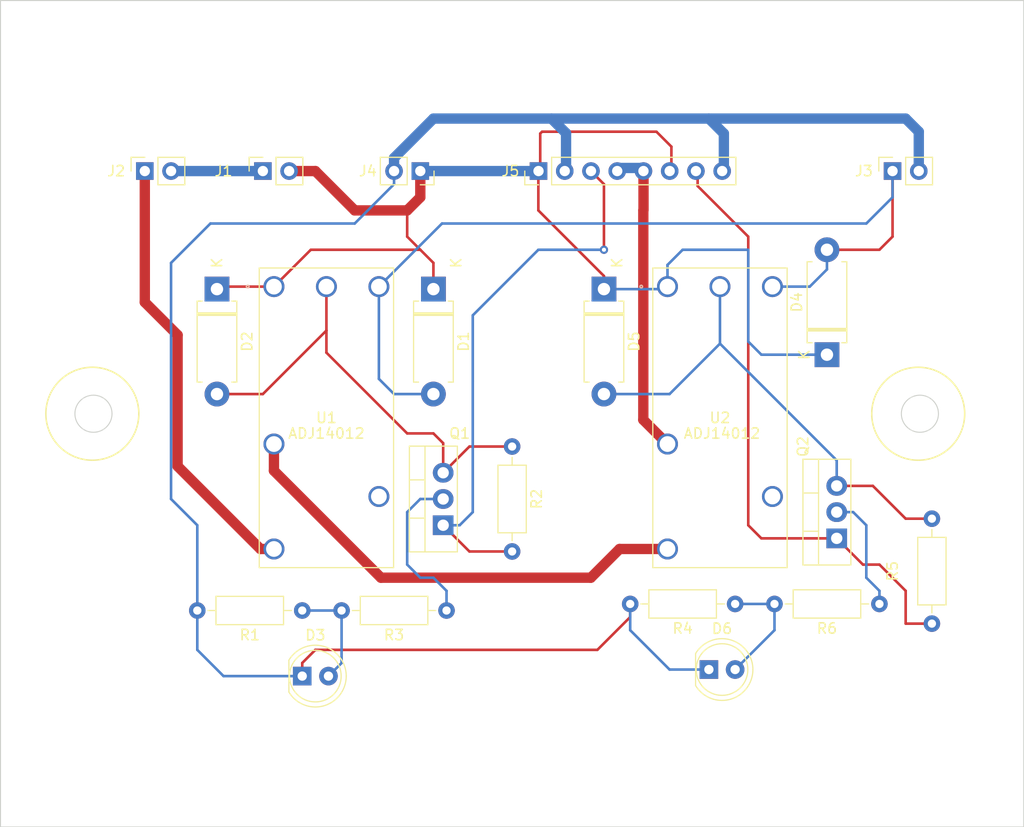
<source format=kicad_pcb>
(kicad_pcb (version 20211014) (generator pcbnew)
  (layers (0 "F.Cu" signal) (31 "B.Cu" signal) (34 "B.Paste" user) (35 "F.Paste" user) (36 "B.SilkS" user "B.Silkscreen") (37 "F.SilkS" user "F.Silkscreen") (38 "B.Mask" user) (39 "F.Mask" user) (44 "Edge.Cuts" user))
  (net 0 "")
  (net 1 "Net-(D3-Pad2)")
  (net 2 "Net-(D2-Pad2)")
  (net 3 "GND")
  (net 4 "Net-(D6-Pad2)")
  (net 5 "Net-(Q1-Pad2)")
  (net 6 "Net-(J1-Pad1)")
  (net 7 "CHARGE_POWER")
  (net 8 "Net-(J2-Pad1)")
  (net 9 "Reset_Button")
  (net 10 "IMD_FAULT")
  (net 11 "Net-(U1-Pad2)")
  (net 12 "CHARGE_SAFETY")
  (net 13 "AIR+_ACTIVE")
  (net 14 "Net-(D5-Pad2)")
  (net 15 "Net-(Q2-Pad2)")
  (footprint "Package_TO_SOT_THT:TO-220-3_Vertical" (layer "F.Cu") (at 129.215 83.82 90)
    (fp_text reference "Q2" (at 8.89 -3.27 90) (layer "F.SilkS"))
    (fp_text value "IRF9540N")
    (fp_line (start -2.58 -3.27) (end 7.66 -3.27) (layer "F.SilkS") (width 0.12))
    (fp_line (start -2.58 1.371) (end 7.66 1.371) (layer "F.SilkS") (width 0.12))
    (fp_line (start -2.58 -3.27) (end -2.58 1.371) (layer "F.SilkS") (width 0.12))
    (fp_line (start 4.391 -3.27) (end 4.391 -1.76) (layer "F.SilkS") (width 0.12))
    (fp_line (start 7.66 -3.27) (end 7.66 1.371) (layer "F.SilkS") (width 0.12))
    (fp_line (start -2.58 -1.76) (end 7.66 -1.76) (layer "F.SilkS") (width 0.12))
    (fp_line (start 0.69 -3.27) (end 0.69 -1.76) (layer "F.SilkS") (width 0.12))
    (pad "1" thru_hole rect (at 0 0 90) (size 1.905 2) (drill 1.1) (layers *.Cu *.Mask) (net 12 "CHARGE_SAFETY"))
    (pad "2" thru_hole oval (at 2.54 0 90) (size 1.905 2) (drill 1.1) (layers *.Cu *.Mask) (net 15 "Net-(Q2-Pad2)"))
    (pad "3" thru_hole oval (at 5.08 0 90) (size 1.905 2) (drill 1.1) (layers *.Cu *.Mask) (net 14 "Net-(D5-Pad2)"))
  )
  (footprint "Diode_THT:D_DO-15_P10.16mm_Horizontal" (layer "F.Cu") (at 128.27 66.04 90)
    (fp_text reference "D4" (at 5.08 -2.92 90) (layer "F.SilkS"))
    (fp_text value "1N4001")
    (fp_text user "K" (at 0 -2.2 90) (layer "F.SilkS"))
    (fp_line (start 9 -1.92) (end 9 -1.44) (layer "F.SilkS") (width 0.12))
    (fp_line (start 2.54 -1.92) (end 2.54 1.92) (layer "F.SilkS") (width 0.12))
    (fp_line (start 1.16 1.44) (end 1.16 1.92) (layer "F.SilkS") (width 0.12))
    (fp_line (start 1.16 1.92) (end 9 1.92) (layer "F.SilkS") (width 0.12))
    (fp_line (start 1.16 -1.92) (end 9 -1.92) (layer "F.SilkS") (width 0.12))
    (fp_line (start 9 1.92) (end 9 1.44) (layer "F.SilkS") (width 0.12))
    (fp_line (start 2.3 -1.92) (end 2.3 1.92) (layer "F.SilkS") (width 0.12))
    (fp_line (start 2.42 -1.92) (end 2.42 1.92) (layer "F.SilkS") (width 0.12))
    (fp_line (start 1.16 -1.44) (end 1.16 -1.92) (layer "F.SilkS") (width 0.12))
    (pad "1" thru_hole rect (at 0 0 90) (size 2.4 2.4) (drill 1.2) (layers *.Cu *.Mask) (net 7 "CHARGE_POWER"))
    (pad "2" thru_hole oval (at 10.16 0 90) (size 2.4 2.4) (drill 1.2) (layers *.Cu *.Mask) (net 9 "Reset_Button"))
  )
  (footprint "Connector_PinSocket_2.54mm:PinSocket_1x02_P2.54mm_Vertical" (layer "F.Cu") (at 88.9 48.26 -90)
    (fp_text reference "J4" (at 0 5.08 180) (layer "F.SilkS"))
    (fp_text value "SMPS INPUT")
    (fp_line (start -1.33 1.27) (end -1.33 3.87) (layer "F.SilkS") (width 0.12))
    (fp_line (start -1.33 1.27) (end 1.33 1.27) (layer "F.SilkS") (width 0.12))
    (fp_line (start -1.33 3.87) (end 1.33 3.87) (layer "F.SilkS") (width 0.12))
    (fp_line (start 1.33 -1.33) (end 1.33 0) (layer "F.SilkS") (width 0.12))
    (fp_line (start 0 -1.33) (end 1.33 -1.33) (layer "F.SilkS") (width 0.12))
    (fp_line (start 1.33 1.27) (end 1.33 3.87) (layer "F.SilkS") (width 0.12))
    (pad "1" thru_hole rect (at 0 0 270) (size 1.7 1.7) (drill 1) (layers *.Cu *.Mask) (net 7 "CHARGE_POWER"))
    (pad "2" thru_hole oval (at 0 2.54 270) (size 1.7 1.7) (drill 1) (layers *.Cu *.Mask) (net 3 "GND"))
  )
  (footprint "Connector_PinHeader_2.54mm:PinHeader_1x08_P2.54mm_Vertical" (layer "F.Cu") (at 100.345 48.26 90)
    (fp_text reference "J5" (at 0 -2.72 180) (layer "F.SilkS"))
    (fp_text value "Conn_01x08_Male")
    (fp_line (start -1.33 1.27) (end 1.33 1.27) (layer "F.SilkS") (width 0.12))
    (fp_line (start -1.33 19.11) (end 1.33 19.11) (layer "F.SilkS") (width 0.12))
    (fp_line (start -1.33 -1.33) (end 0 -1.33) (layer "F.SilkS") (width 0.12))
    (fp_line (start -1.33 1.27) (end -1.33 19.11) (layer "F.SilkS") (width 0.12))
    (fp_line (start -1.33 0) (end -1.33 -1.33) (layer "F.SilkS") (width 0.12))
    (fp_line (start 1.33 1.27) (end 1.33 19.11) (layer "F.SilkS") (width 0.12))
    (pad "1" thru_hole rect (at 0 0 90) (size 1.7 1.7) (drill 1) (layers *.Cu *.Mask) (net 7 "CHARGE_POWER"))
    (pad "2" thru_hole oval (at 0 2.54 90) (size 1.7 1.7) (drill 1) (layers *.Cu *.Mask) (net 3 "GND"))
    (pad "3" thru_hole oval (at 0 5.08 90) (size 1.7 1.7) (drill 1) (layers *.Cu *.Mask) (net 10 "IMD_FAULT"))
    (pad "4" thru_hole oval (at 0 7.62 90) (size 1.7 1.7) (drill 1) (layers *.Cu *.Mask) (net 13 "AIR+_ACTIVE"))
    (pad "5" thru_hole oval (at 0 10.16 90) (size 1.7 1.7) (drill 1) (layers *.Cu *.Mask) (net 13 "AIR+_ACTIVE"))
    (pad "6" thru_hole oval (at 0 12.7 90) (size 1.7 1.7) (drill 1) (layers *.Cu *.Mask) (net 7 "CHARGE_POWER"))
    (pad "7" thru_hole oval (at 0 15.24 90) (size 1.7 1.7) (drill 1) (layers *.Cu *.Mask) (net 12 "CHARGE_SAFETY"))
    (pad "8" thru_hole oval (at 0 17.78 90) (size 1.7 1.7) (drill 1) (layers *.Cu *.Mask) (net 3 "GND"))
  )
  (footprint "Goolgle_Drive_Library:ADJ14012" (layer "F.Cu") (at 74.7318 59.4485)
    (fp_text reference "U1" (at 5.08 12.7) (layer "F.SilkS"))
    (fp_text value "ADJ14012" (at 5.08 14.2115) (layer "F.SilkS"))
    (fp_circle (center -2.54 0) (end -2.413 0) (layer "B.SilkS") (width 0.12) (fill none))
    (fp_line (start -1.4224 27.2034) (end 11.5824 27.2034) (layer "F.SilkS") (width 0.12))
    (fp_line (start 11.5824 -1.8034) (end -1.4224 -1.8034) (layer "F.SilkS") (width 0.12))
    (fp_line (start -1.4224 -1.8034) (end -1.4224 27.2034) (layer "F.SilkS") (width 0.12))
    (fp_line (start 11.5824 27.2034) (end 11.5824 -1.8034) (layer "F.SilkS") (width 0.12))
    (fp_circle (center -2.54 0) (end -2.413 0) (layer "F.SilkS") (width 0.12) (fill none))
    (pad "1" thru_hole circle locked (at 0 0) (size 2.032 2.032) (drill 1.524) (layers *.Cu *.Mask) (net 7 "CHARGE_POWER"))
    (pad "2" thru_hole circle locked (at 0 15.24) (size 2.032 2.032) (drill 1.524) (layers *.Cu *.Mask) (net 11 "Net-(U1-Pad2)"))
    (pad "4" thru_hole circle locked (at 0 25.4) (size 2.032 2.032) (drill 1.524) (layers *.Cu *.Mask) (net 8 "Net-(J2-Pad1)"))
    (pad "6" thru_hole circle locked (at 10.16 20.32) (size 2.032 2.032) (drill 1.524) (layers *.Cu *.Mask))
    (pad "8" thru_hole circle locked (at 10.16 0) (size 2.032 2.032) (drill 1.524) (layers *.Cu *.Mask) (net 9 "Reset_Button"))
    (pad "9" thru_hole circle locked (at 5.08 0) (size 2.032 2.032) (drill 1.524) (layers *.Cu *.Mask) (net 2 "Net-(D2-Pad2)"))
  )
  (footprint "Resistor_THT:R_Axial_DIN0207_L6.3mm_D2.5mm_P10.16mm_Horizontal" (layer "F.Cu") (at 97.79 74.93 -90)
    (fp_text reference "R2" (at 5.08 -2.37 90) (layer "F.SilkS"))
    (fp_text value "10k")
    (fp_line (start 1.81 -1.37) (end 1.81 1.37) (layer "F.SilkS") (width 0.12))
    (fp_line (start 9.12 0) (end 8.35 0) (layer "F.SilkS") (width 0.12))
    (fp_line (start 1.81 1.37) (end 8.35 1.37) (layer "F.SilkS") (width 0.12))
    (fp_line (start 1.04 0) (end 1.81 0) (layer "F.SilkS") (width 0.12))
    (fp_line (start 8.35 1.37) (end 8.35 -1.37) (layer "F.SilkS") (width 0.12))
    (fp_line (start 8.35 -1.37) (end 1.81 -1.37) (layer "F.SilkS") (width 0.12))
    (pad "1" thru_hole circle (at 0 0 270) (size 1.6 1.6) (drill 0.8) (layers *.Cu *.Mask) (net 2 "Net-(D2-Pad2)"))
    (pad "2" thru_hole oval (at 10.16 0 270) (size 1.6 1.6) (drill 0.8) (layers *.Cu *.Mask) (net 10 "IMD_FAULT"))
  )
  (footprint "Diode_THT:D_DO-15_P10.16mm_Horizontal" (layer "F.Cu") (at 69.215 59.69 -90)
    (fp_text reference "D2" (at 5.08 -2.92 90) (layer "F.SilkS"))
    (fp_text value "1N4001")
    (fp_text user "K" (at -2.54 0 90) (layer "F.SilkS"))
    (fp_line (start 2.54 -1.92) (end 2.54 1.92) (layer "F.SilkS") (width 0.12))
    (fp_line (start 9 1.92) (end 9 1.44) (layer "F.SilkS") (width 0.12))
    (fp_line (start 1.16 -1.44) (end 1.16 -1.92) (layer "F.SilkS") (width 0.12))
    (fp_line (start 1.16 -1.92) (end 9 -1.92) (layer "F.SilkS") (width 0.12))
    (fp_line (start 2.3 -1.92) (end 2.3 1.92) (layer "F.SilkS") (width 0.12))
    (fp_line (start 1.16 1.44) (end 1.16 1.92) (layer "F.SilkS") (width 0.12))
    (fp_line (start 9 -1.92) (end 9 -1.44) (layer "F.SilkS") (width 0.12))
    (fp_line (start 2.42 -1.92) (end 2.42 1.92) (layer "F.SilkS") (width 0.12))
    (fp_line (start 1.16 1.92) (end 9 1.92) (layer "F.SilkS") (width 0.12))
    (pad "1" thru_hole rect (at 0 0 270) (size 2.4 2.4) (drill 1.2) (layers *.Cu *.Mask) (net 7 "CHARGE_POWER"))
    (pad "2" thru_hole oval (at 10.16 0 270) (size 2.4 2.4) (drill 1.2) (layers *.Cu *.Mask) (net 2 "Net-(D2-Pad2)"))
  )
  (footprint "Diode_THT:D_DO-15_P10.16mm_Horizontal" (layer "F.Cu") (at 106.68 59.69 -90)
    (fp_text reference "D5" (at 5.08 -2.92 90) (layer "F.SilkS"))
    (fp_text value "1N4001")
    (fp_text user "K" (at -2.54 -1.27 90) (layer "F.SilkS"))
    (fp_line (start 1.16 1.92) (end 9 1.92) (layer "F.SilkS") (width 0.12))
    (fp_line (start 9 1.92) (end 9 1.44) (layer "F.SilkS") (width 0.12))
    (fp_line (start 1.16 1.44) (end 1.16 1.92) (layer "F.SilkS") (width 0.12))
    (fp_line (start 2.54 -1.92) (end 2.54 1.92) (layer "F.SilkS") (width 0.12))
    (fp_line (start 2.3 -1.92) (end 2.3 1.92) (layer "F.SilkS") (width 0.12))
    (fp_line (start 2.42 -1.92) (end 2.42 1.92) (layer "F.SilkS") (width 0.12))
    (fp_line (start 1.16 -1.92) (end 9 -1.92) (layer "F.SilkS") (width 0.12))
    (fp_line (start 9 -1.92) (end 9 -1.44) (layer "F.SilkS") (width 0.12))
    (fp_line (start 1.16 -1.44) (end 1.16 -1.92) (layer "F.SilkS") (width 0.12))
    (pad "1" thru_hole rect (at 0 0 270) (size 2.4 2.4) (drill 1.2) (layers *.Cu *.Mask) (net 7 "CHARGE_POWER"))
    (pad "2" thru_hole oval (at 10.16 0 270) (size 2.4 2.4) (drill 1.2) (layers *.Cu *.Mask) (net 14 "Net-(D5-Pad2)"))
  )
  (footprint "Connector_PinSocket_2.54mm:PinSocket_1x02_P2.54mm_Vertical" (layer "F.Cu") (at 62.23 48.26 90)
    (fp_text reference "J2" (at 0 -2.77 180) (layer "F.SilkS"))
    (fp_text value "Charging_Interlock")
    (fp_line (start 0 -1.33) (end 1.33 -1.33) (layer "F.SilkS") (width 0.12))
    (fp_line (start -1.33 1.27) (end 1.33 1.27) (layer "F.SilkS") (width 0.12))
    (fp_line (start -1.33 1.27) (end -1.33 3.87) (layer "F.SilkS") (width 0.12))
    (fp_line (start 1.33 1.27) (end 1.33 3.87) (layer "F.SilkS") (width 0.12))
    (fp_line (start 1.33 -1.33) (end 1.33 0) (layer "F.SilkS") (width 0.12))
    (fp_line (start -1.33 3.87) (end 1.33 3.87) (layer "F.SilkS") (width 0.12))
    (pad "1" thru_hole rect (at 0 0 90) (size 1.7 1.7) (drill 1) (layers *.Cu *.Mask) (net 8 "Net-(J2-Pad1)"))
    (pad "2" thru_hole oval (at 0 2.54 90) (size 1.7 1.7) (drill 1) (layers *.Cu *.Mask) (net 6 "Net-(J1-Pad1)"))
  )
  (footprint "LED_THT:LED_D5.0mm" (layer "F.Cu") (at 116.84 96.52)
    (fp_text reference "D6" (at 1.27 -3.96) (layer "F.SilkS"))
    (fp_text value "LED")
    (fp_line (start -1.29 -1.545) (end -1.29 1.545) (layer "F.SilkS") (width 0.12))
    (fp_arc (start -1.29 -1.54483) (mid 2.072002 -2.880433) (end 4.26 0.000462) (layer "F.SilkS") (width 0.12))
    (fp_arc (start 4.26 -0.000462) (mid 2.072002 2.880433) (end -1.29 1.54483) (layer "F.SilkS") (width 0.12))
    (fp_circle (center 1.27 0) (end 3.77 0) (layer "F.SilkS") (width 0.12) (fill none))
    (pad "1" thru_hole rect (at 0 0) (size 1.8 1.8) (drill 0.9) (layers *.Cu *.Mask) (net 3 "GND"))
    (pad "2" thru_hole circle (at 2.54 0) (size 1.8 1.8) (drill 0.9) (layers *.Cu *.Mask) (net 4 "Net-(D6-Pad2)"))
  )
  (footprint "Package_TO_SOT_THT:TO-220-3_Vertical" (layer "F.Cu") (at 91.115 82.55 90)
    (fp_text reference "Q1" (at 8.89 1.595 180) (layer "F.SilkS"))
    (fp_text value "IRF9540N")
    (fp_line (start -2.58 -3.27) (end 7.66 -3.27) (layer "F.SilkS") (width 0.12))
    (fp_line (start 7.66 -3.27) (end 7.66 1.371) (layer "F.SilkS") (width 0.12))
    (fp_line (start 4.391 -3.27) (end 4.391 -1.76) (layer "F.SilkS") (width 0.12))
    (fp_line (start -2.58 -3.27) (end -2.58 1.371) (layer "F.SilkS") (width 0.12))
    (fp_line (start -2.58 1.371) (end 7.66 1.371) (layer "F.SilkS") (width 0.12))
    (fp_line (start -2.58 -1.76) (end 7.66 -1.76) (layer "F.SilkS") (width 0.12))
    (fp_line (start 0.69 -3.27) (end 0.69 -1.76) (layer "F.SilkS") (width 0.12))
    (pad "1" thru_hole rect (at 0 0 90) (size 1.905 2) (drill 1.1) (layers *.Cu *.Mask) (net 10 "IMD_FAULT"))
    (pad "2" thru_hole oval (at 2.54 0 90) (size 1.905 2) (drill 1.1) (layers *.Cu *.Mask) (net 5 "Net-(Q1-Pad2)"))
    (pad "3" thru_hole oval (at 5.08 0 90) (size 1.905 2) (drill 1.1) (layers *.Cu *.Mask) (net 2 "Net-(D2-Pad2)"))
  )
  (footprint "Resistor_THT:R_Axial_DIN0207_L6.3mm_D2.5mm_P10.16mm_Horizontal" (layer "F.Cu") (at 77.47 90.805 180)
    (fp_text reference "R1" (at 5.08 -2.37) (layer "F.SilkS"))
    (fp_text value "500")
    (fp_line (start 1.81 1.37) (end 8.35 1.37) (layer "F.SilkS") (width 0.12))
    (fp_line (start 9.12 0) (end 8.35 0) (layer "F.SilkS") (width 0.12))
    (fp_line (start 1.04 0) (end 1.81 0) (layer "F.SilkS") (width 0.12))
    (fp_line (start 8.35 -1.37) (end 1.81 -1.37) (layer "F.SilkS") (width 0.12))
    (fp_line (start 1.81 -1.37) (end 1.81 1.37) (layer "F.SilkS") (width 0.12))
    (fp_line (start 8.35 1.37) (end 8.35 -1.37) (layer "F.SilkS") (width 0.12))
    (pad "1" thru_hole circle (at 0 0 180) (size 1.6 1.6) (drill 0.8) (layers *.Cu *.Mask) (net 1 "Net-(D3-Pad2)"))
    (pad "2" thru_hole oval (at 10.16 0 180) (size 1.6 1.6) (drill 0.8) (layers *.Cu *.Mask) (net 3 "GND"))
  )
  (footprint "Goolgle_Drive_Library:ADJ14012" (layer "F.Cu") (at 112.8318 59.4485)
    (fp_text reference "U2" (at 5.08 12.7) (layer "F.SilkS"))
    (fp_text value "ADJ14012" (at 5.2782 14.2115) (layer "F.SilkS"))
    (fp_circle (center -2.54 0) (end -2.413 0) (layer "B.SilkS") (width 0.12) (fill none))
    (fp_line (start 11.5824 27.2034) (end 11.5824 -1.8034) (layer "F.SilkS") (width 0.12))
    (fp_line (start -1.4224 27.2034) (end 11.5824 27.2034) (layer "F.SilkS") (width 0.12))
    (fp_line (start -1.4224 -1.8034) (end -1.4224 27.2034) (layer "F.SilkS") (width 0.12))
    (fp_line (start 11.5824 -1.8034) (end -1.4224 -1.8034) (layer "F.SilkS") (width 0.12))
    (fp_circle (center -2.54 0) (end -2.413 0) (layer "F.SilkS") (width 0.12) (fill none))
    (pad "1" thru_hole circle locked (at 0 0) (size 2.032 2.032) (drill 1.524) (layers *.Cu *.Mask) (net 7 "CHARGE_POWER"))
    (pad "2" thru_hole circle locked (at 0 15.24) (size 2.032 2.032) (drill 1.524) (layers *.Cu *.Mask) (net 13 "AIR+_ACTIVE"))
    (pad "4" thru_hole circle locked (at 0 25.4) (size 2.032 2.032) (drill 1.524) (layers *.Cu *.Mask) (net 11 "Net-(U1-Pad2)"))
    (pad "6" thru_hole circle locked (at 10.16 20.32) (size 2.032 2.032) (drill 1.524) (layers *.Cu *.Mask))
    (pad "8" thru_hole circle locked (at 10.16 0) (size 2.032 2.032) (drill 1.524) (layers *.Cu *.Mask) (net 9 "Reset_Button"))
    (pad "9" thru_hole circle locked (at 5.08 0) (size 2.032 2.032) (drill 1.524) (layers *.Cu *.Mask) (net 14 "Net-(D5-Pad2)"))
  )
  (footprint "Resistor_THT:R_Axial_DIN0207_L6.3mm_D2.5mm_P10.16mm_Horizontal" (layer "F.Cu") (at 119.38 90.17 180)
    (fp_text reference "R4" (at 5.08 -2.37) (layer "F.SilkS"))
    (fp_text value "500")
    (fp_line (start 8.35 1.37) (end 8.35 -1.37) (layer "F.SilkS") (width 0.12))
    (fp_line (start 1.81 -1.37) (end 1.81 1.37) (layer "F.SilkS") (width 0.12))
    (fp_line (start 9.12 0) (end 8.35 0) (layer "F.SilkS") (width 0.12))
    (fp_line (start 1.81 1.37) (end 8.35 1.37) (layer "F.SilkS") (width 0.12))
    (fp_line (start 8.35 -1.37) (end 1.81 -1.37) (layer "F.SilkS") (width 0.12))
    (fp_line (start 1.04 0) (end 1.81 0) (layer "F.SilkS") (width 0.12))
    (pad "1" thru_hole circle (at 0 0 180) (size 1.6 1.6) (drill 0.8) (layers *.Cu *.Mask) (net 4 "Net-(D6-Pad2)"))
    (pad "2" thru_hole oval (at 10.16 0 180) (size 1.6 1.6) (drill 0.8) (layers *.Cu *.Mask) (net 3 "GND"))
  )
  (footprint "Resistor_THT:R_Axial_DIN0207_L6.3mm_D2.5mm_P10.16mm_Horizontal" (layer "F.Cu") (at 91.44 90.805 180)
    (fp_text reference "R3" (at 5.08 -2.37) (layer "F.SilkS"))
    (fp_text value "1.5k")
    (fp_line (start 9.12 0) (end 8.35 0) (layer "F.SilkS") (width 0.12))
    (fp_line (start 1.04 0) (end 1.81 0) (layer "F.SilkS") (width 0.12))
    (fp_line (start 8.35 -1.37) (end 1.81 -1.37) (layer "F.SilkS") (width 0.12))
    (fp_line (start 1.81 1.37) (end 8.35 1.37) (layer "F.SilkS") (width 0.12))
    (fp_line (start 8.35 1.37) (end 8.35 -1.37) (layer "F.SilkS") (width 0.12))
    (fp_line (start 1.81 -1.37) (end 1.81 1.37) (layer "F.SilkS") (width 0.12))
    (pad "1" thru_hole circle (at 0 0 180) (size 1.6 1.6) (drill 0.8) (layers *.Cu *.Mask) (net 5 "Net-(Q1-Pad2)"))
    (pad "2" thru_hole oval (at 10.16 0 180) (size 1.6 1.6) (drill 0.8) (layers *.Cu *.Mask) (net 1 "Net-(D3-Pad2)"))
  )
  (footprint "Resistor_THT:R_Axial_DIN0207_L6.3mm_D2.5mm_P10.16mm_Horizontal" (layer "F.Cu") (at 133.35 90.17 180)
    (fp_text reference "R6" (at 5.08 -2.37) (layer "F.SilkS"))
    (fp_text value "1.5k")
    (fp_line (start 8.35 -1.37) (end 1.81 -1.37) (layer "F.SilkS") (width 0.12))
    (fp_line (start 1.81 -1.37) (end 1.81 1.37) (layer "F.SilkS") (width 0.12))
    (fp_line (start 1.04 0) (end 1.81 0) (layer "F.SilkS") (width 0.12))
    (fp_line (start 1.81 1.37) (end 8.35 1.37) (layer "F.SilkS") (width 0.12))
    (fp_line (start 8.35 1.37) (end 8.35 -1.37) (layer "F.SilkS") (width 0.12))
    (fp_line (start 9.12 0) (end 8.35 0) (layer "F.SilkS") (width 0.12))
    (pad "1" thru_hole circle (at 0 0 180) (size 1.6 1.6) (drill 0.8) (layers *.Cu *.Mask) (net 15 "Net-(Q2-Pad2)"))
    (pad "2" thru_hole oval (at 10.16 0 180) (size 1.6 1.6) (drill 0.8) (layers *.Cu *.Mask) (net 4 "Net-(D6-Pad2)"))
  )
  (footprint "Connector_PinSocket_2.54mm:PinSocket_1x02_P2.54mm_Vertical" (layer "F.Cu") (at 73.66 48.26 90)
    (fp_text reference "J1" (at 0 -3.81) (layer "F.SilkS"))
    (fp_text value "Push-Rotate")
    (fp_line (start -1.33 3.87) (end 1.33 3.87) (layer "F.SilkS") (width 0.12))
    (fp_line (start 0 -1.33) (end 1.33 -1.33) (layer "F.SilkS") (width 0.12))
    (fp_line (start -1.33 1.27) (end 1.33 1.27) (layer "F.SilkS") (width 0.12))
    (fp_line (start -1.33 1.27) (end -1.33 3.87) (layer "F.SilkS") (width 0.12))
    (fp_line (start 1.33 -1.33) (end 1.33 0) (layer "F.SilkS") (width 0.12))
    (fp_line (start 1.33 1.27) (end 1.33 3.87) (layer "F.SilkS") (width 0.12))
    (pad "1" thru_hole rect (at 0 0 90) (size 1.7 1.7) (drill 1) (layers *.Cu *.Mask) (net 6 "Net-(J1-Pad1)"))
    (pad "2" thru_hole oval (at 0 2.54 90) (size 1.7 1.7) (drill 1) (layers *.Cu *.Mask) (net 7 "CHARGE_POWER"))
  )
  (footprint "LED_THT:LED_D5.0mm" (layer "F.Cu") (at 77.47 97.155)
    (fp_text reference "D3" (at 1.27 -3.96) (layer "F.SilkS"))
    (fp_text value "LED")
    (fp_line (start -1.29 -1.545) (end -1.29 1.545) (layer "F.SilkS") (width 0.12))
    (fp_arc (start -1.29 -1.54483) (mid 2.072002 -2.880433) (end 4.26 0.000462) (layer "F.SilkS") (width 0.12))
    (fp_arc (start 4.26 -0.000462) (mid 2.072002 2.880433) (end -1.29 1.54483) (layer "F.SilkS") (width 0.12))
    (fp_circle (center 1.27 0) (end 3.77 0) (layer "F.SilkS") (width 0.12) (fill none))
    (pad "1" thru_hole rect (at 0 0) (size 1.8 1.8) (drill 0.9) (layers *.Cu *.Mask) (net 3 "GND"))
    (pad "2" thru_hole circle (at 2.54 0) (size 1.8 1.8) (drill 0.9) (layers *.Cu *.Mask) (net 1 "Net-(D3-Pad2)"))
  )
  (footprint "Diode_THT:D_DO-15_P10.16mm_Horizontal" (layer "F.Cu") (at 90.17 59.69 -90)
    (fp_text reference "D1" (at 5.08 -2.92 90) (layer "F.SilkS"))
    (fp_text value "1N4001")
    (fp_text user "K" (at -2.54 -2.2 90) (layer "F.SilkS"))
    (fp_line (start 1.16 1.92) (end 9 1.92) (layer "F.SilkS") (width 0.12))
    (fp_line (start 9 1.92) (end 9 1.44) (layer "F.SilkS") (width 0.12))
    (fp_line (start 2.54 -1.92) (end 2.54 1.92) (layer "F.SilkS") (width 0.12))
    (fp_line (start 2.3 -1.92) (end 2.3 1.92) (layer "F.SilkS") (width 0.12))
    (fp_line (start 1.16 -1.44) (end 1.16 -1.92) (layer "F.SilkS") (width 0.12))
    (fp_line (start 1.16 -1.92) (end 9 -1.92) (layer "F.SilkS") (width 0.12))
    (fp_line (start 1.16 1.44) (end 1.16 1.92) (layer "F.SilkS") (width 0.12))
    (fp_line (start 2.42 -1.92) (end 2.42 1.92) (layer "F.SilkS") (width 0.12))
    (fp_line (start 9 -1.92) (end 9 -1.44) (layer "F.SilkS") (width 0.12))
    (pad "1" thru_hole rect (at 0 0 270) (size 2.4 2.4) (drill 1.2) (layers *.Cu *.Mask) (net 7 "CHARGE_POWER"))
    (pad "2" thru_hole oval (at 10.16 0 270) (size 2.4 2.4) (drill 1.2) (layers *.Cu *.Mask) (net 9 "Reset_Button"))
  )
  (footprint "Resistor_THT:R_Axial_DIN0207_L6.3mm_D2.5mm_P10.16mm_Horizontal" (layer "F.Cu") (at 138.43 81.915 -90)
    (fp_text reference "R5" (at 5.08 3.81 90) (layer "F.SilkS"))
    (fp_text value "10k")
    (fp_line (start 1.81 -1.37) (end 1.81 1.37) (layer "F.SilkS") (width 0.12))
    (fp_line (start 8.35 1.37) (end 8.35 -1.37) (layer "F.SilkS") (width 0.12))
    (fp_line (start 1.81 1.37) (end 8.35 1.37) (layer "F.SilkS") (width 0.12))
    (fp_line (start 8.35 -1.37) (end 1.81 -1.37) (layer "F.SilkS") (width 0.12))
    (fp_line (start 9.12 0) (end 8.35 0) (layer "F.SilkS") (width 0.12))
    (fp_line (start 1.04 0) (end 1.81 0) (layer "F.SilkS") (width 0.12))
    (pad "1" thru_hole circle (at 0 0 270) (size 1.6 1.6) (drill 0.8) (layers *.Cu *.Mask) (net 14 "Net-(D5-Pad2)"))
    (pad "2" thru_hole oval (at 10.16 0 270) (size 1.6 1.6) (drill 0.8) (layers *.Cu *.Mask) (net 12 "CHARGE_SAFETY"))
  )
  (footprint "Connector_PinSocket_2.54mm:PinSocket_1x02_P2.54mm_Vertical" (layer "F.Cu") (at 134.62 48.26 90)
    (fp_text reference "J3" (at 0 -2.77) (layer "F.SilkS"))
    (fp_text value "reset")
    (fp_line (start 1.33 1.27) (end 1.33 3.87) (layer "F.SilkS") (width 0.12))
    (fp_line (start -1.33 1.27) (end -1.33 3.87) (layer "F.SilkS") (width 0.12))
    (fp_line (start 0 -1.33) (end 1.33 -1.33) (layer "F.SilkS") (width 0.12))
    (fp_line (start -1.33 3.87) (end 1.33 3.87) (layer "F.SilkS") (width 0.12))
    (fp_line (start 1.33 -1.33) (end 1.33 0) (layer "F.SilkS") (width 0.12))
    (fp_line (start -1.33 1.27) (end 1.33 1.27) (layer "F.SilkS") (width 0.12))
    (pad "1" thru_hole rect (at 0 0 90) (size 1.7 1.7) (drill 1) (layers *.Cu *.Mask) (net 9 "Reset_Button"))
    (pad "2" thru_hole oval (at 0 2.54 90) (size 1.7 1.7) (drill 1) (layers *.Cu *.Mask) (net 3 "GND"))
  )
  (gr_circle (center 137.105 71.755) (end 141.605 71.755) (layer "F.SilkS") (width 0.15) (fill none))
  (gr_circle (center 57.15 71.755) (end 61.65 71.755) (layer "F.SilkS") (width 0.15) (fill none))
  (gr_circle (center 57.258949 71.755) (end 58.528949 73.025) (layer "Edge.Cuts") (width 0.1) (fill none))
  (gr_circle (center 137.268949 71.755) (end 135.998949 73.025) (layer "Edge.Cuts") (width 0.1) (fill none))
  (gr_rect (start 48.26 31.75) (end 147.32 111.76) (layer "Edge.Cuts") (width 0.1) (fill none))
  (segment (start 81.28 95.885) (end 80.01 97.155) (width 0.25) (layer "B.Cu") (net 1))
  (segment (start 81.28 90.805) (end 81.28 95.885) (width 0.25) (layer "B.Cu") (net 1))
  (segment (start 81.28 90.805) (end 77.47 90.805) (width 0.25) (layer "B.Cu") (net 1))
  (segment (start 93.655 74.93) (end 91.115 77.47) (width 0.25) (layer "F.Cu") (net 2))
  (segment (start 90.17 73.66) (end 91.115 74.605) (width 0.25) (layer "F.Cu") (net 2))
  (segment (start 91.115 74.605) (end 91.115 77.47) (width 0.25) (layer "F.Cu") (net 2))
  (segment (start 79.8118 59.4485) (end 79.8118 63.6982) (width 0.25) (layer "F.Cu") (net 2))
  (segment (start 79.8118 65.8418) (end 87.63 73.66) (width 0.25) (layer "F.Cu") (net 2))
  (segment (start 79.8118 63.6982) (end 79.8118 65.8418) (width 0.25) (layer "F.Cu") (net 2))
  (segment (start 79.8118 63.6982) (end 73.66 69.85) (width 0.25) (layer "F.Cu") (net 2))
  (segment (start 87.63 73.66) (end 90.17 73.66) (width 0.25) (layer "F.Cu") (net 2))
  (segment (start 97.79 74.93) (end 93.655 74.93) (width 0.25) (layer "F.Cu") (net 2))
  (segment (start 73.66 69.85) (end 69.215 69.85) (width 0.25) (layer "F.Cu") (net 2))
  (segment (start 77.47 95.885) (end 77.47 97.155) (width 0.25) (layer "F.Cu") (net 3))
  (segment (start 78.74 94.615) (end 77.47 95.885) (width 0.25) (layer "F.Cu") (net 3))
  (segment (start 109.22 91.44) (end 106.045 94.615) (width 0.25) (layer "F.Cu") (net 3))
  (segment (start 109.22 90.17) (end 109.22 91.44) (width 0.25) (layer "F.Cu") (net 3))
  (segment (start 106.045 94.615) (end 78.74 94.615) (width 0.25) (layer "F.Cu") (net 3))
  (segment (start 67.31 94.615) (end 69.85 97.155) (width 0.25) (layer "B.Cu") (net 3))
  (segment (start 86.36 48.26) (end 86.36 46.99) (width 1) (layer "B.Cu") (net 3))
  (segment (start 109.22 92.71) (end 113.03 96.52) (width 0.25) (layer "B.Cu") (net 3))
  (segment (start 82.55 53.34) (end 68.58 53.34) (width 0.25) (layer "B.Cu") (net 3))
  (segment (start 86.36 49.53) (end 86.36 48.26) (width 0.25) (layer "B.Cu") (net 3))
  (segment (start 67.31 90.805) (end 67.31 94.615) (width 0.25) (layer "B.Cu") (net 3))
  (segment (start 90.17 43.18) (end 101.6 43.18) (width 1) (layer "B.Cu") (net 3))
  (segment (start 118.29 44.63) (end 116.84 43.18) (width 1) (layer "B.Cu") (net 3))
  (segment (start 103.01 44.59) (end 103.01 47.96) (width 1) (layer "B.Cu") (net 3))
  (segment (start 118.29 48.26) (end 118.29 44.63) (width 1) (layer "B.Cu") (net 3))
  (segment (start 113.03 96.52) (end 116.84 96.52) (width 0.25) (layer "B.Cu") (net 3))
  (segment (start 101.6 43.18) (end 116.84 43.18) (width 1) (layer "B.Cu") (net 3))
  (segment (start 68.58 53.34) (end 64.77 57.15) (width 0.25) (layer "B.Cu") (net 3))
  (segment (start 64.77 57.15) (end 64.77 80.01) (width 0.25) (layer "B.Cu") (net 3))
  (segment (start 67.31 90.805) (end 67.31 82.55) (width 0.25) (layer "B.Cu") (net 3))
  (segment (start 82.55 53.34) (end 86.36 49.53) (width 0.25) (layer "B.Cu") (net 3))
  (segment (start 109.22 90.17) (end 109.22 92.71) (width 0.25) (layer "B.Cu") (net 3))
  (segment (start 137.16 44.45) (end 137.16 48.26) (width 1) (layer "B.Cu") (net 3))
  (segment (start 101.6 43.18) (end 103.01 44.59) (width 1) (layer "B.Cu") (net 3))
  (segment (start 64.77 80.01) (end 67.31 82.55) (width 0.25) (layer "B.Cu") (net 3))
  (segment (start 69.85 97.155) (end 77.47 97.155) (width 0.25) (layer "B.Cu") (net 3))
  (segment (start 116.84 43.18) (end 135.89 43.18) (width 1) (layer "B.Cu") (net 3))
  (segment (start 86.36 46.99) (end 90.17 43.18) (width 1) (layer "B.Cu") (net 3))
  (segment (start 135.89 43.18) (end 137.16 44.45) (width 1) (layer "B.Cu") (net 3))
  (segment (start 119.38 90.17) (end 123.19 90.17) (width 0.25) (layer "B.Cu") (net 4))
  (segment (start 123.19 92.71) (end 123.19 90.17) (width 0.25) (layer "B.Cu") (net 4))
  (segment (start 119.38 96.52) (end 123.19 92.71) (width 0.25) (layer "B.Cu") (net 4))
  (segment (start 91.44 88.9) (end 91.44 90.805) (width 0.25) (layer "B.Cu") (net 5))
  (segment (start 90.17 87.63) (end 91.44 88.9) (width 0.25) (layer "B.Cu") (net 5))
  (segment (start 91.115 80.01) (end 88.9 80.01) (width 0.25) (layer "B.Cu") (net 5))
  (segment (start 88.9 87.63) (end 90.17 87.63) (width 0.25) (layer "B.Cu") (net 5))
  (segment (start 88.9 80.01) (end 87.63 81.28) (width 0.25) (layer "B.Cu") (net 5))
  (segment (start 87.63 86.36) (end 88.9 87.63) (width 0.25) (layer "B.Cu") (net 5))
  (segment (start 87.63 81.28) (end 87.63 86.36) (width 0.25) (layer "B.Cu") (net 5))
  (segment (start 73.66 48.26) (end 64.77 48.26) (width 1) (layer "B.Cu") (net 6))
  (segment (start 87.63 52.07) (end 88.9 50.8) (width 1) (layer "F.Cu") (net 7))
  (segment (start 111.76 44.45) (end 100.69 44.45) (width 0.25) (layer "F.Cu") (net 7))
  (segment (start 68.8215 59.4485) (end 68.58 59.69) (width 0.25) (layer "F.Cu") (net 7))
  (segment (start 87.63 54.61) (end 88.9 55.88) (width 0.25) (layer "F.Cu") (net 7))
  (segment (start 100.69 44.45) (end 100.51 44.63) (width 0.25) (layer "F.Cu") (net 7))
  (segment (start 82.55 52.07) (end 78.74 48.26) (width 1) (layer "F.Cu") (net 7))
  (segment (start 87.63 52.07) (end 82.55 52.07) (width 1) (layer "F.Cu") (net 7))
  (segment (start 113.21 45.9) (end 111.76 44.45) (width 0.25) (layer "F.Cu") (net 7))
  (segment (start 78.3003 55.88) (end 88.9 55.88) (width 0.25) (layer "F.Cu") (net 7))
  (segment (start 90.17 57.15) (end 90.17 59.69) (width 0.25) (layer "F.Cu") (net 7))
  (segment (start 87.63 52.07) (end 87.63 54.61) (width 0.25) (layer "F.Cu") (net 7))
  (segment (start 69.4565 59.4485) (end 69.215 59.69) (width 0.25) (layer "F.Cu") (net 7))
  (segment (start 106.68 58.42) (end 106.68 59.69) (width 0.25) (layer "F.Cu") (net 7))
  (segment (start 78.74 48.26) (end 76.2 48.26) (width 1) (layer "F.Cu") (net 7))
  (segment (start 88.9 50.8) (end 88.9 48.26) (width 1) (layer "F.Cu") (net 7))
  (segment (start 100.51 47.96) (end 100.33 48.14) (width 0.25) (layer "F.Cu") (net 7))
  (segment (start 74.7318 59.4485) (end 69.4565 59.4485) (width 0.25) (layer "F.Cu") (net 7))
  (segment (start 100.33 48.14) (end 100.33 52.07) (width 0.25) (layer "F.Cu") (net 7))
  (segment (start 88.9 55.88) (end 90.17 57.15) (width 0.25) (layer "F.Cu") (net 7))
  (segment (start 100.33 52.07) (end 106.68 58.42) (width 0.25) (layer "F.Cu") (net 7))
  (segment (start 74.7318 59.4485) (end 78.3003 55.88) (width 0.25) (layer "F.Cu") (net 7))
  (segment (start 113.21 48.26) (end 113.21 45.9) (width 0.25) (layer "F.Cu") (net 7))
  (segment (start 100.51 44.63) (end 100.51 47.96) (width 0.25) (layer "F.Cu") (net 7))
  (segment (start 106.68 59.69) (end 112.5903 59.69) (width 0.25) (layer "B.Cu") (net 7))
  (segment (start 120.65 55.88) (end 120.65 64.77) (width 0.25) (layer "B.Cu") (net 7))
  (segment (start 112.5903 59.69) (end 112.8318 59.4485) (width 0.25) (layer "B.Cu") (net 7))
  (segment (start 121.92 66.04) (end 128.27 66.04) (width 0.25) (layer "B.Cu") (net 7))
  (segment (start 120.65 64.77) (end 121.92 66.04) (width 0.25) (layer "B.Cu") (net 7))
  (segment (start 112.8318 57.3482) (end 114.3 55.88) (width 0.25) (layer "B.Cu") (net 7))
  (segment (start 100.21 48.26) (end 88.9 48.26) (width 1) (layer "B.Cu") (net 7))
  (segment (start 112.8318 59.4485) (end 112.8318 57.3482) (width 0.25) (layer "B.Cu") (net 7))
  (segment (start 114.3 55.88) (end 120.65 55.88) (width 0.25) (layer "B.Cu") (net 7))
  (segment (start 62.23 60.96) (end 62.23 48.26) (width 1) (layer "F.Cu") (net 8))
  (segment (start 65.405 76.835) (end 65.405 64.135) (width 1) (layer "F.Cu") (net 8))
  (segment (start 65.405 64.135) (end 62.23 60.96) (width 1) (layer "F.Cu") (net 8))
  (segment (start 73.4185 84.8485) (end 65.405 76.835) (width 1) (layer "F.Cu") (net 8))
  (segment (start 74.7318 84.8485) (end 73.4185 84.8485) (width 1) (layer "F.Cu") (net 8))
  (segment (start 134.62 48.895717) (end 134.937859 48.577858) (width 0.25) (layer "F.Cu") (net 9))
  (segment (start 133.35 55.88) (end 134.62 54.61) (width 0.25) (layer "F.Cu") (net 9))
  (segment (start 128.27 55.88) (end 133.35 55.88) (width 0.25) (layer "F.Cu") (net 9))
  (segment (start 134.62 54.61) (end 134.62 48.895717) (width 0.25) (layer "F.Cu") (net 9))
  (segment (start 128.27 57.785) (end 128.27 55.88) (width 0.25) (layer "B.Cu") (net 9))
  (segment (start 126.6065 59.4485) (end 128.27 57.785) (width 0.25) (layer "B.Cu") (net 9))
  (segment (start 84.6503 59.69) (end 84.6503 59.842718) (width 0.25) (layer "B.Cu") (net 9))
  (segment (start 91.0003 53.34) (end 84.6503 59.69) (width 0.25) (layer "B.Cu") (net 9))
  (segment (start 86.36 69.85) (end 90.17 69.85) (width 0.25) (layer "B.Cu") (net 9))
  (segment (start 84.8918 68.3818) (end 86.36 69.85) (width 0.25) (layer "B.Cu") (net 9))
  (segment (start 84.6503 59.842718) (end 84.8918 60.084218) (width 0.25) (layer "B.Cu") (net 9))
  (segment (start 84.8918 60.084218) (end 84.8918 68.3818) (width 0.25) (layer "B.Cu") (net 9))
  (segment (start 134.62 48.26) (end 134.62 50.8) (width 0.25) (layer "B.Cu") (net 9))
  (segment (start 132.08 53.34) (end 91.0003 53.34) (width 0.25) (layer "B.Cu") (net 9))
  (segment (start 122.9918 59.4485) (end 126.6065 59.4485) (width 0.25) (layer "B.Cu") (net 9))
  (segment (start 134.62 50.8) (end 132.08 53.34) (width 0.25) (layer "B.Cu") (net 9))
  (segment (start 106.68 49.53) (end 105.51 48.36) (width 0.25) (layer "F.Cu") (net 10))
  (segment (start 106.68 55.88) (end 106.68 49.53) (width 0.25) (layer "F.Cu") (net 10))
  (segment (start 97.79 85.09) (end 93.655 85.09) (width 0.25) (layer "F.Cu") (net 10))
  (segment (start 93.655 85.09) (end 91.115 82.55) (width 0.25) (layer "F.Cu") (net 10))
  (via (at 106.68 55.88) (size 0.8) (drill 0.4) (layers "F.Cu" "B.Cu") (net 10))
  (segment (start 93.98 81.28) (end 93.98 68.58) (width 0.25) (layer "B.Cu") (net 10))
  (segment (start 91.115 82.55) (end 92.71 82.55) (width 0.25) (layer "B.Cu") (net 10))
  (segment (start 92.71 82.55) (end 93.98 81.28) (width 0.25) (layer "B.Cu") (net 10))
  (segment (start 100.33 55.88) (end 106.68 55.88) (width 0.25) (layer "B.Cu") (net 10))
  (segment (start 93.98 62.23) (end 100.33 55.88) (width 0.25) (layer "B.Cu") (net 10))
  (segment (start 93.98 68.58) (end 93.98 62.23) (width 0.25) (layer "B.Cu") (net 10))
  (segment (start 74.7318 77.2718) (end 85.09 87.63) (width 1) (layer "F.Cu") (net 11))
  (segment (start 85.09 87.63) (end 105.41 87.63) (width 1) (layer "F.Cu") (net 11))
  (segment (start 108.1915 84.8485) (end 112.8318 84.8485) (width 1) (layer "F.Cu") (net 11))
  (segment (start 74.7318 74.6885) (end 74.7318 77.2718) (width 1) (layer "F.Cu") (net 11))
  (segment (start 105.41 87.63) (end 108.1915 84.8485) (width 1) (layer "F.Cu") (net 11))
  (segment (start 121.92 83.82) (end 129.215 83.82) (width 0.25) (layer "F.Cu") (net 12))
  (segment (start 115.75 48.26) (end 115.75 49.71) (width 0.25) (layer "F.Cu") (net 12))
  (segment (start 129.215 83.82) (end 131.755 86.36) (width 0.25) (layer "F.Cu") (net 12))
  (segment (start 133.35 86.36) (end 135.89 88.9) (width 0.25) (layer "F.Cu") (net 12))
  (segment (start 135.89 92.075) (end 138.43 92.075) (width 0.25) (layer "F.Cu") (net 12))
  (segment (start 115.75 49.71) (end 120.65 54.61) (width 0.25) (layer "F.Cu") (net 12))
  (segment (start 120.65 54.61) (end 120.65 82.55) (width 0.25) (layer "F.Cu") (net 12))
  (segment (start 135.89 88.9) (end 135.89 92.075) (width 0.25) (layer "F.Cu") (net 12))
  (segment (start 120.65 82.55) (end 121.92 83.82) (width 0.25) (layer "F.Cu") (net 12))
  (segment (start 131.755 86.36) (end 133.35 86.36) (width 0.25) (layer "F.Cu") (net 12))
  (segment (start 110.51 52.05) (end 110.49 52.07) (width 0.25) (layer "F.Cu") (net 13))
  (segment (start 110.49 52.07) (end 110.49 72.3467) (width 1) (layer "F.Cu") (net 13))
  (segment (start 110.49 72.3467) (end 112.8318 74.6885) (width 1) (layer "F.Cu") (net 13))
  (segment (start 110.51 47.96) (end 110.51 52.05) (width 1) (layer "F.Cu") (net 13))
  (segment (start 108.01 47.96) (end 110.51 47.96) (width 1) (layer "B.Cu") (net 13))
  (segment (start 132.715 78.74) (end 135.89 81.915) (width 0.25) (layer "F.Cu") (net 14))
  (segment (start 135.89 81.915) (end 138.43 81.915) (width 0.25) (layer "F.Cu") (net 14))
  (segment (start 129.215 78.74) (end 132.715 78.74) (width 0.25) (layer "F.Cu") (net 14))
  (segment (start 117.9118 64.9682) (end 129.215 76.2714) (width 0.25) (layer "B.Cu") (net 14))
  (segment (start 113.03 69.85) (end 106.68 69.85) (width 0.25) (layer "B.Cu") (net 14))
  (segment (start 129.215 76.2714) (end 129.215 78.74) (width 0.25) (layer "B.Cu") (net 14))
  (segment (start 117.9118 59.4485) (end 117.9118 64.9682) (width 0.25) (layer "B.Cu") (net 14))
  (segment (start 117.9118 64.9682) (end 113.03 69.85) (width 0.25) (layer "B.Cu") (net 14))
  (segment (start 132.08 82.55) (end 132.08 87.63) (width 0.25) (layer "B.Cu") (net 15))
  (segment (start 129.215 81.28) (end 130.81 81.28) (width 0.25) (layer "B.Cu") (net 15))
  (segment (start 132.08 87.63) (end 133.35 88.9) (width 0.25) (layer "B.Cu") (net 15))
  (segment (start 133.35 88.9) (end 133.35 90.17) (width 0.25) (layer "B.Cu") (net 15))
  (segment (start 130.81 81.28) (end 132.08 82.55) (width 0.25) (layer "B.Cu") (net 15))
)
</source>
